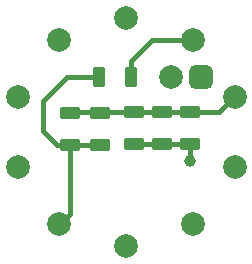
<source format=gbl>
G04 Layer_Physical_Order=2*
G04 Layer_Color=16711680*
%FSLAX25Y25*%
%MOIN*%
G70*
G01*
G75*
G04:AMPARAMS|DCode=10|XSize=66.93mil|YSize=43.31mil|CornerRadius=10.83mil|HoleSize=0mil|Usage=FLASHONLY|Rotation=180.000|XOffset=0mil|YOffset=0mil|HoleType=Round|Shape=RoundedRectangle|*
%AMROUNDEDRECTD10*
21,1,0.06693,0.02165,0,0,180.0*
21,1,0.04528,0.04331,0,0,180.0*
1,1,0.02165,-0.02264,0.01083*
1,1,0.02165,0.02264,0.01083*
1,1,0.02165,0.02264,-0.01083*
1,1,0.02165,-0.02264,-0.01083*
%
%ADD10ROUNDEDRECTD10*%
%ADD11C,0.01575*%
%ADD12C,0.07874*%
G04:AMPARAMS|DCode=13|XSize=78.74mil|YSize=78.74mil|CornerRadius=19.69mil|HoleSize=0mil|Usage=FLASHONLY|Rotation=180.000|XOffset=0mil|YOffset=0mil|HoleType=Round|Shape=RoundedRectangle|*
%AMROUNDEDRECTD13*
21,1,0.07874,0.03937,0,0,180.0*
21,1,0.03937,0.07874,0,0,180.0*
1,1,0.03937,-0.01969,0.01969*
1,1,0.03937,0.01969,0.01969*
1,1,0.03937,0.01969,-0.01969*
1,1,0.03937,-0.01969,-0.01969*
%
%ADD13ROUNDEDRECTD13*%
%ADD14C,0.03937*%
G04:AMPARAMS|DCode=15|XSize=66.93mil|YSize=43.31mil|CornerRadius=10.83mil|HoleSize=0mil|Usage=FLASHONLY|Rotation=90.000|XOffset=0mil|YOffset=0mil|HoleType=Round|Shape=RoundedRectangle|*
%AMROUNDEDRECTD15*
21,1,0.06693,0.02165,0,0,90.0*
21,1,0.04528,0.04331,0,0,90.0*
1,1,0.02165,0.01083,0.02264*
1,1,0.02165,0.01083,-0.02264*
1,1,0.02165,-0.01083,-0.02264*
1,1,0.02165,-0.01083,0.02264*
%
%ADD15ROUNDEDRECTD15*%
D10*
X21260Y6496D02*
D03*
Y-4134D02*
D03*
X-18898Y-4528D02*
D03*
Y6102D02*
D03*
X2461Y6496D02*
D03*
Y-4134D02*
D03*
X11860Y6496D02*
D03*
Y-4134D02*
D03*
X-8858Y-4331D02*
D03*
Y6299D02*
D03*
D11*
X-18504Y6496D02*
X2461D01*
X30894D02*
X36042Y11644D01*
X2461Y6496D02*
X11860D01*
X21260D01*
X30894D01*
X2461Y-4134D02*
X11860D01*
X21260D01*
Y-9646D02*
Y-4134D01*
X-18898Y6102D02*
X-18504Y6496D01*
X-18898Y-4528D02*
X-9055D01*
X-8858Y-4331D01*
X-18898Y-27304D02*
Y-4528D01*
X-22434Y-30841D02*
X-18898Y-27304D01*
X8597Y30644D02*
X22237D01*
X1476Y23524D02*
X8597Y30644D01*
X1476Y18110D02*
Y23524D01*
X-19783Y18110D02*
X-9154D01*
X-27854Y10039D02*
X-19783Y18110D01*
X-27854Y98D02*
Y10039D01*
Y98D02*
X-23228Y-4528D01*
X-18898D01*
D12*
X14902Y18209D02*
D03*
X-98Y37902D02*
D03*
X22237Y30644D02*
D03*
X36042Y11644D02*
D03*
Y-11841D02*
D03*
X22237Y-30841D02*
D03*
X-98Y-38098D02*
D03*
X-22434Y-30841D02*
D03*
X-36239Y-11841D02*
D03*
Y11644D02*
D03*
X-22434Y30644D02*
D03*
D13*
X24902Y18209D02*
D03*
D14*
X21260Y-9646D02*
D03*
D15*
X1476Y18110D02*
D03*
X-9154D02*
D03*
M02*

</source>
